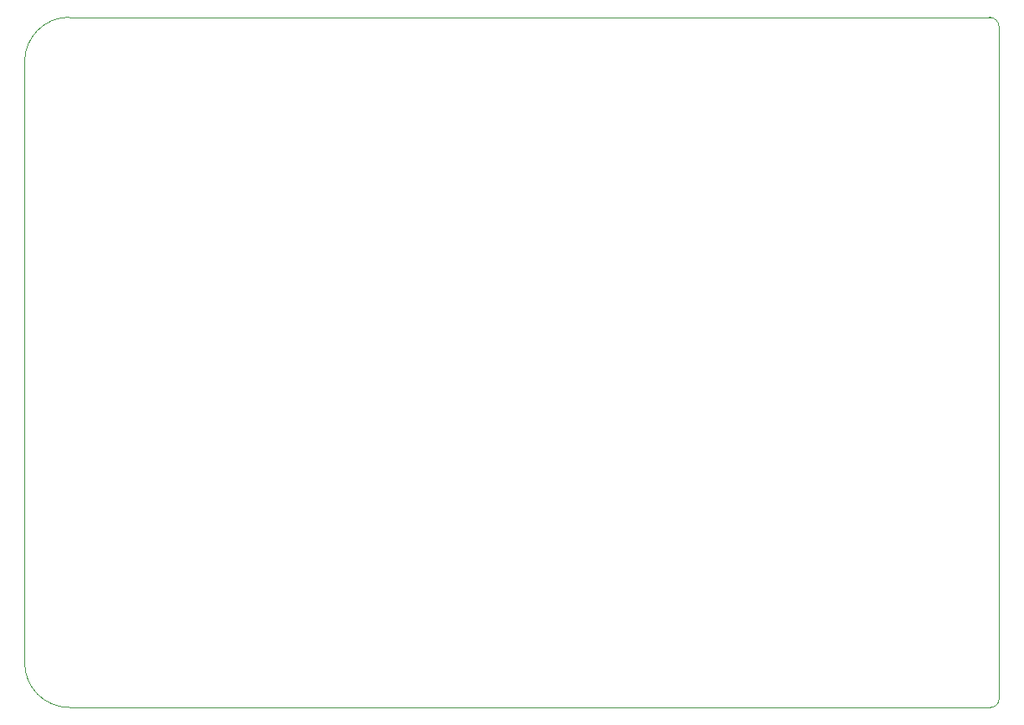
<source format=gm1>
%TF.GenerationSoftware,KiCad,Pcbnew,(6.0.6-1)-1*%
%TF.CreationDate,2022-07-06T12:40:26-04:00*%
%TF.ProjectId,dad_bod,6461645f-626f-4642-9e6b-696361645f70,rev?*%
%TF.SameCoordinates,Original*%
%TF.FileFunction,Profile,NP*%
%FSLAX46Y46*%
G04 Gerber Fmt 4.6, Leading zero omitted, Abs format (unit mm)*
G04 Created by KiCad (PCBNEW (6.0.6-1)-1) date 2022-07-06 12:40:26*
%MOMM*%
%LPD*%
G01*
G04 APERTURE LIST*
%TA.AperFunction,Profile*%
%ADD10C,0.050000*%
%TD*%
G04 APERTURE END LIST*
D10*
X145280000Y-61667107D02*
X145280000Y-129670000D01*
X145280000Y-61667107D02*
G75*
G03*
X144280000Y-60660809I-1006318J0D01*
G01*
X144400000Y-130550000D02*
X51240000Y-130540000D01*
X51240000Y-60656809D02*
X144280000Y-60660809D01*
X46736000Y-65160809D02*
X46740011Y-126030009D01*
X144400000Y-130550000D02*
G75*
G03*
X145280000Y-129670000I0J880000D01*
G01*
X51240000Y-60656809D02*
G75*
G03*
X46736000Y-65160809I0J-4504000D01*
G01*
X46740011Y-126030009D02*
G75*
G03*
X51240000Y-130540000I4499989J-9991D01*
G01*
M02*

</source>
